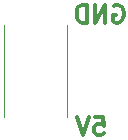
<source format=gbo>
G04 #@! TF.GenerationSoftware,KiCad,Pcbnew,(5.1.4)-1*
G04 #@! TF.CreationDate,2019-09-05T18:56:40+02:00*
G04 #@! TF.ProjectId,currentscaler,63757272-656e-4747-9363-616c65722e6b,rev?*
G04 #@! TF.SameCoordinates,Original*
G04 #@! TF.FileFunction,Legend,Bot*
G04 #@! TF.FilePolarity,Positive*
%FSLAX46Y46*%
G04 Gerber Fmt 4.6, Leading zero omitted, Abs format (unit mm)*
G04 Created by KiCad (PCBNEW (5.1.4)-1) date 2019-09-05 18:56:40*
%MOMM*%
%LPD*%
G04 APERTURE LIST*
%ADD10C,0.300000*%
%ADD11C,0.120000*%
G04 APERTURE END LIST*
D10*
X123035714Y-122678571D02*
X123750000Y-122678571D01*
X123821428Y-123392857D01*
X123750000Y-123321428D01*
X123607142Y-123250000D01*
X123250000Y-123250000D01*
X123107142Y-123321428D01*
X123035714Y-123392857D01*
X122964285Y-123535714D01*
X122964285Y-123892857D01*
X123035714Y-124035714D01*
X123107142Y-124107142D01*
X123250000Y-124178571D01*
X123607142Y-124178571D01*
X123750000Y-124107142D01*
X123821428Y-124035714D01*
X122535714Y-122678571D02*
X122035714Y-124178571D01*
X121535714Y-122678571D01*
X124642857Y-113250000D02*
X124785714Y-113178571D01*
X125000000Y-113178571D01*
X125214285Y-113250000D01*
X125357142Y-113392857D01*
X125428571Y-113535714D01*
X125500000Y-113821428D01*
X125500000Y-114035714D01*
X125428571Y-114321428D01*
X125357142Y-114464285D01*
X125214285Y-114607142D01*
X125000000Y-114678571D01*
X124857142Y-114678571D01*
X124642857Y-114607142D01*
X124571428Y-114535714D01*
X124571428Y-114035714D01*
X124857142Y-114035714D01*
X123928571Y-114678571D02*
X123928571Y-113178571D01*
X123071428Y-114678571D01*
X123071428Y-113178571D01*
X122357142Y-114678571D02*
X122357142Y-113178571D01*
X122000000Y-113178571D01*
X121785714Y-113250000D01*
X121642857Y-113392857D01*
X121571428Y-113535714D01*
X121500000Y-113821428D01*
X121500000Y-114035714D01*
X121571428Y-114321428D01*
X121642857Y-114464285D01*
X121785714Y-114607142D01*
X122000000Y-114678571D01*
X122357142Y-114678571D01*
D11*
X115340000Y-122636252D02*
X115340000Y-114863748D01*
X120660000Y-122636252D02*
X120660000Y-114863748D01*
M02*

</source>
